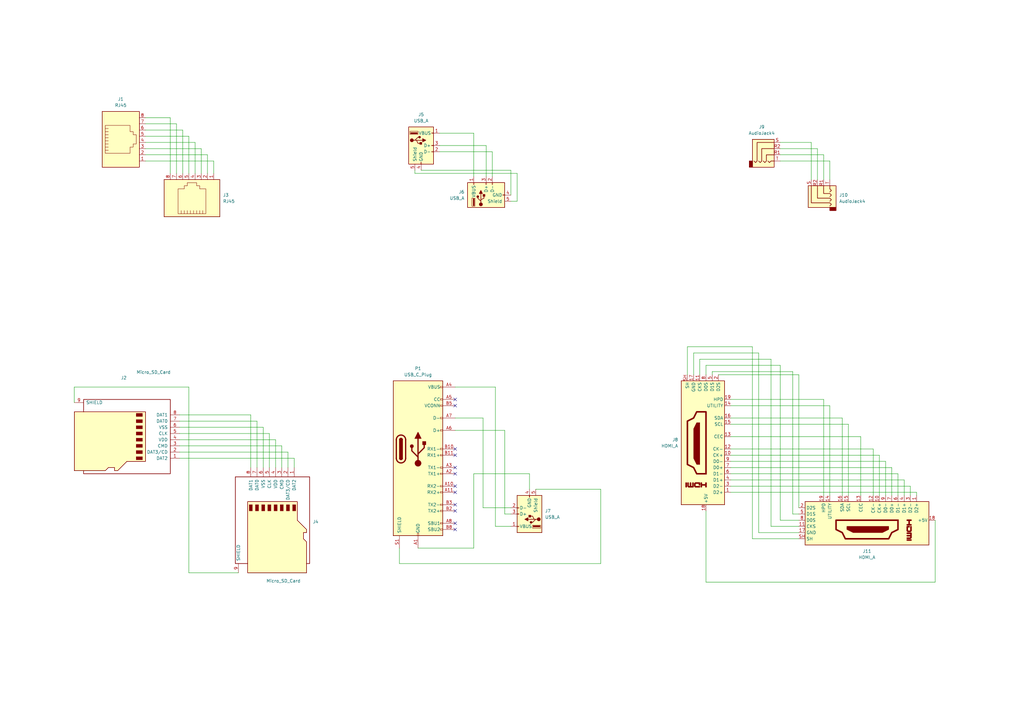
<source format=kicad_sch>
(kicad_sch (version 20231120) (generator "eeschema") (generator_version "8.0")
  (paper "A3")
  (lib_symbols
    (symbol "Connector:HDMI_A"
      (property "Reference" "J" (at -6.35 26.67 0))
      (property "Value" "HDMI_A" (at 10.16 26.67 0))
      (symbol "HDMI_A_0_0"
        (polyline (pts (xy 8.128 16.51) (xy 8.128 18.034)) (stroke (width 0.635)))
        (polyline (pts (xy 0 16.51) (xy 0 18.034) (xy 0 17.272) (xy 1.905 17.272) (xy 1.905 18.034) (xy 1.905 16.51)) (stroke (width 0.635)))
        (polyline (pts (xy 2.667 18.034) (xy 4.318 18.034) (xy 4.572 17.78) (xy 4.572 16.764) (xy 4.318 16.51) (xy 2.667 16.51) (xy 2.667 17.272)) (stroke (width 0.635)))
      )
      (symbol "HDMI_A_0_1"
        (rectangle (start -7.62 25.4) (end 10.16 -25.4) (stroke (width 0.254)) (fill (type background)))
        (polyline (pts (xy 2.54 8.89) (xy 3.81 8.89) (xy 5.08 6.35) (xy 5.08 -5.715) (xy 3.81 -8.255) (xy 2.54 -8.255) (xy 2.54 8.89)) (fill (type outline)))
        (polyline (pts (xy 5.334 16.51) (xy 5.334 18.034) (xy 6.35 18.034) (xy 6.35 16.51) (xy 6.35 18.034) (xy 7.112 18.034) (xy 7.366 17.78) (xy 7.366 16.51)) (stroke (width 0.635)))
        (polyline (pts (xy 0 12.7) (xy 0 -12.7) (xy 3.81 -12.7) (xy 5.08 -10.16) (xy 7.62 -8.89) (xy 7.62 8.89) (xy 5.08 10.16) (xy 3.81 12.7) (xy 0 12.7)) (stroke (width 0.635)))
      )
      (symbol "HDMI_A_1_1"
        (pin passive line (at -10.16 20.32 0) (length 2.54) (name "D2+") (number "1"))
        (pin passive line (at -10.16 5.08 0) (length 2.54) (name "CK+") (number "10"))
        (pin power_in line (at 2.54 -27.94 90) (length 2.54) (name "CKS") (number "11"))
        (pin passive line (at -10.16 2.54 0) (length 2.54) (name "CK-") (number "12"))
        (pin bidirectional line (at -10.16 -2.54 0) (length 2.54) (name "CEC") (number "13"))
        (pin passive line (at -10.16 -15.24 0) (length 2.54) (name "UTILITY") (number "14"))
        (pin passive line (at -10.16 -7.62 0) (length 2.54) (name "SCL") (number "15"))
        (pin bidirectional line (at -10.16 -10.16 0) (length 2.54) (name "SDA") (number "16"))
        (pin power_in line (at 5.08 -27.94 90) (length 2.54) (name "GND") (number "17"))
        (pin power_in line (at 0 27.94 270) (length 2.54) (name "+5V") (number "18"))
        (pin passive line (at -10.16 -17.78 0) (length 2.54) (name "HPD") (number "19"))
        (pin power_in line (at -5.08 -27.94 90) (length 2.54) (name "D2S") (number "2"))
        (pin passive line (at -10.16 17.78 0) (length 2.54) (name "D2-") (number "3"))
        (pin passive line (at -10.16 15.24 0) (length 2.54) (name "D1+") (number "4"))
        (pin power_in line (at -2.54 -27.94 90) (length 2.54) (name "D1S") (number "5"))
        (pin passive line (at -10.16 12.7 0) (length 2.54) (name "D1-") (number "6"))
        (pin passive line (at -10.16 10.16 0) (length 2.54) (name "D0+") (number "7"))
        (pin power_in line (at 0 -27.94 90) (length 2.54) (name "D0S") (number "8"))
        (pin passive line (at -10.16 7.62 0) (length 2.54) (name "D0-") (number "9"))
        (pin passive line (at 7.62 -27.94 90) (length 2.54) (name "SH") (number "SH"))
      )
    )
    (symbol "Connector:Micro_SD_Card" (pin_names (offset 1.016))
      (property "Reference" "J" (at -16.51 15.24 0))
      (property "Value" "Micro_SD_Card" (at 16.51 15.24 0))
      (symbol "Micro_SD_Card_0_1"
        (rectangle (start -7.62 -9.525) (end -5.08 -10.795) (fill (type outline)))
        (rectangle (start -7.62 -6.985) (end -5.08 -8.255) (fill (type outline)))
        (rectangle (start -7.62 -4.445) (end -5.08 -5.715) (fill (type outline)))
        (rectangle (start -7.62 -1.905) (end -5.08 -3.175) (fill (type outline)))
        (rectangle (start -7.62 0.635) (end -5.08 -0.635) (fill (type outline)))
        (rectangle (start -7.62 3.175) (end -5.08 1.905) (fill (type outline)))
        (rectangle (start -7.62 5.715) (end -5.08 4.445) (fill (type outline)))
        (rectangle (start -7.62 8.255) (end -5.08 6.985) (fill (type outline)))
        (polyline (pts (xy 16.51 12.7) (xy 16.51 13.97) (xy -19.05 13.97) (xy -19.05 -16.51) (xy 16.51 -16.51) (xy 16.51 -11.43)) (stroke (width 0.254)))
        (polyline (pts (xy -8.89 -11.43) (xy -8.89 8.89) (xy -1.27 8.89) (xy 2.54 12.7) (xy 3.81 12.7) (xy 3.81 11.43) (xy 6.35 11.43) (xy 7.62 12.7) (xy 20.32 12.7) (xy 20.32 -11.43) (xy -8.89 -11.43)) (stroke (width 0.254)) (fill (type background)))
      )
      (symbol "Micro_SD_Card_1_1"
        (pin bidirectional line (at -22.86 7.62 0) (length 3.81) (name "DAT2") (number "1"))
        (pin bidirectional line (at -22.86 5.08 0) (length 3.81) (name "DAT3/CD") (number "2"))
        (pin input line (at -22.86 2.54 0) (length 3.81) (name "CMD") (number "3"))
        (pin power_in line (at -22.86 0 0) (length 3.81) (name "VDD") (number "4"))
        (pin input line (at -22.86 -2.54 0) (length 3.81) (name "CLK") (number "5"))
        (pin power_in line (at -22.86 -5.08 0) (length 3.81) (name "VSS") (number "6"))
        (pin bidirectional line (at -22.86 -7.62 0) (length 3.81) (name "DAT0") (number "7"))
        (pin bidirectional line (at -22.86 -10.16 0) (length 3.81) (name "DAT1") (number "8"))
        (pin passive line (at 20.32 -15.24 180) (length 3.81) (name "SHIELD") (number "9"))
      )
    )
    (symbol "Connector:RJ45" (pin_names (offset 1.016))
      (property "Reference" "J" (at -5.08 13.97 0))
      (property "Value" "RJ45" (at 2.54 13.97 0))
      (symbol "RJ45_0_1"
        (polyline (pts (xy -5.08 4.445) (xy -6.35 4.445)))
        (polyline (pts (xy -5.08 5.715) (xy -6.35 5.715)))
        (polyline (pts (xy -6.35 -3.175) (xy -5.08 -3.175) (xy -5.08 -3.175)))
        (polyline (pts (xy -6.35 -1.905) (xy -5.08 -1.905) (xy -5.08 -1.905)))
        (polyline (pts (xy -6.35 -0.635) (xy -5.08 -0.635) (xy -5.08 -0.635)))
        (polyline (pts (xy -6.35 0.635) (xy -5.08 0.635) (xy -5.08 0.635)))
        (polyline (pts (xy -6.35 1.905) (xy -5.08 1.905) (xy -5.08 1.905)))
        (polyline (pts (xy -5.08 3.175) (xy -6.35 3.175) (xy -6.35 3.175)))
        (polyline (pts (xy -6.35 -4.445) (xy -6.35 6.985) (xy 3.81 6.985) (xy 3.81 4.445) (xy 5.08 4.445) (xy 5.08 3.175) (xy 6.35 3.175) (xy 6.35 -0.635) (xy 5.08 -0.635) (xy 5.08 -1.905) (xy 3.81 -1.905) (xy 3.81 -4.445) (xy -6.35 -4.445) (xy -6.35 -4.445)))
        (rectangle (start 7.62 12.7) (end -7.62 -10.16) (stroke (width 0.254)) (fill (type background)))
      )
      (symbol "RJ45_1_1"
        (pin passive line (at 10.16 -7.62 180) (length 2.54) (name "~") (number "1"))
        (pin passive line (at 10.16 -5.08 180) (length 2.54) (name "~") (number "2"))
        (pin passive line (at 10.16 -2.54 180) (length 2.54) (name "~") (number "3"))
        (pin passive line (at 10.16 0 180) (length 2.54) (name "~") (number "4"))
        (pin passive line (at 10.16 2.54 180) (length 2.54) (name "~") (number "5"))
        (pin passive line (at 10.16 5.08 180) (length 2.54) (name "~") (number "6"))
        (pin passive line (at 10.16 7.62 180) (length 2.54) (name "~") (number "7"))
        (pin passive line (at 10.16 10.16 180) (length 2.54) (name "~") (number "8"))
      )
    )
    (symbol "Connector:USB_A" (pin_names (offset 1.016))
      (property "Reference" "J" (at -5.08 11.43 0))
      (property "Value" "USB_A" (at -5.08 8.89 0))
      (symbol "USB_A_0_1"
        (rectangle (start -5.08 -7.62) (end 5.08 7.62) (stroke (width 0.254)) (fill (type background)))
        (circle (center -3.81 2.159) (radius 0.635) (stroke (width 0.254)) (fill (type outline)))
        (rectangle (start -1.524 4.826) (end -4.318 5.334) (fill (type outline)))
        (rectangle (start -1.27 4.572) (end -4.572 5.842))
        (circle (center -0.635 3.429) (radius 0.381) (stroke (width 0.254)) (fill (type outline)))
        (rectangle (start -0.127 -7.62) (end 0.127 -6.858))
        (polyline (pts (xy -3.175 2.159) (xy -2.54 2.159) (xy -1.27 3.429) (xy -0.635 3.429)) (stroke (width 0.254)))
        (polyline (pts (xy -2.54 2.159) (xy -1.905 2.159) (xy -1.27 0.889) (xy 0 0.889)) (stroke (width 0.254)))
        (polyline (pts (xy 0.635 2.794) (xy 0.635 1.524) (xy 1.905 2.159) (xy 0.635 2.794)) (stroke (width 0.254)) (fill (type outline)))
        (rectangle (start 0.254 1.27) (end -0.508 0.508) (stroke (width 0.254)) (fill (type outline)))
        (rectangle (start 5.08 -2.667) (end 4.318 -2.413))
        (rectangle (start 5.08 -0.127) (end 4.318 0.127))
        (rectangle (start 5.08 4.953) (end 4.318 5.207))
      )
      (symbol "USB_A_1_1"
        (polyline (pts (xy -1.905 2.159) (xy 0.635 2.159)) (stroke (width 0.254)))
        (pin power_in line (at 7.62 5.08 180) (length 2.54) (name "VBUS") (number "1"))
        (pin bidirectional line (at 7.62 -2.54 180) (length 2.54) (name "D-") (number "2"))
        (pin bidirectional line (at 7.62 0 180) (length 2.54) (name "D+") (number "3"))
        (pin power_in line (at 0 -10.16 90) (length 2.54) (name "GND") (number "4"))
        (pin passive line (at -2.54 -10.16 90) (length 2.54) (name "Shield") (number "5"))
      )
    )
    (symbol "Connector:USB_C_Plug" (pin_names (offset 1.016))
      (property "Reference" "P" (at -10.16 29.21 0))
      (property "Value" "USB_C_Plug" (at 10.16 29.21 0))
      (symbol "USB_C_Plug_0_0"
        (rectangle (start -0.254 -35.56) (end 0.254 -34.544))
        (rectangle (start 10.16 -32.766) (end 9.144 -33.274))
        (rectangle (start 10.16 -30.226) (end 9.144 -30.734))
        (rectangle (start 10.16 -25.146) (end 9.144 -25.654))
        (rectangle (start 10.16 -22.606) (end 9.144 -23.114))
        (rectangle (start 10.16 -17.526) (end 9.144 -18.034))
        (rectangle (start 10.16 -14.986) (end 9.144 -15.494))
        (rectangle (start 10.16 -9.906) (end 9.144 -10.414))
        (rectangle (start 10.16 -7.366) (end 9.144 -7.874))
        (rectangle (start 10.16 -2.286) (end 9.144 -2.794))
        (rectangle (start 10.16 0.254) (end 9.144 -0.254))
        (rectangle (start 10.16 7.874) (end 9.144 7.366))
        (rectangle (start 10.16 12.954) (end 9.144 12.446))
        (rectangle (start 10.16 18.034) (end 9.144 17.526))
        (rectangle (start 10.16 20.574) (end 9.144 20.066))
        (rectangle (start 10.16 25.654) (end 9.144 25.146))
      )
      (symbol "USB_C_Plug_0_1"
        (rectangle (start -10.16 27.94) (end 10.16 -35.56) (stroke (width 0.254)) (fill (type background)))
        (arc (start -8.89 -3.81) (mid -6.985 -5.7067) (end -5.08 -3.81) (stroke (width 0.508)))
        (arc (start -7.62 -3.81) (mid -6.985 -4.4423) (end -6.35 -3.81) (stroke (width 0.254)))
        (arc (start -7.62 -3.81) (mid -6.985 -4.4423) (end -6.35 -3.81) (stroke (width 0.254)) (fill (type outline)))
        (rectangle (start -7.62 -3.81) (end -6.35 3.81) (stroke (width 0.254)) (fill (type outline)))
        (arc (start -6.35 3.81) (mid -6.985 4.4423) (end -7.62 3.81) (stroke (width 0.254)))
        (arc (start -6.35 3.81) (mid -6.985 4.4423) (end -7.62 3.81) (stroke (width 0.254)) (fill (type outline)))
        (arc (start -5.08 3.81) (mid -6.985 5.7067) (end -8.89 3.81) (stroke (width 0.508)))
        (polyline (pts (xy -8.89 -3.81) (xy -8.89 3.81)) (stroke (width 0.508)))
        (polyline (pts (xy -5.08 3.81) (xy -5.08 -3.81)) (stroke (width 0.508)))
      )
      (symbol "USB_C_Plug_1_1"
        (circle (center -2.54 1.143) (radius 0.635) (stroke (width 0.254)) (fill (type outline)))
        (circle (center 0 -5.842) (radius 1.27) (fill (type outline)))
        (polyline (pts (xy 0 -5.842) (xy 0 4.318)) (stroke (width 0.508)))
        (polyline (pts (xy 0 -3.302) (xy -2.54 -0.762) (xy -2.54 0.508)) (stroke (width 0.508)))
        (polyline (pts (xy 0 -2.032) (xy 2.54 0.508) (xy 2.54 1.778)) (stroke (width 0.508)))
        (polyline (pts (xy -1.27 4.318) (xy 0 6.858) (xy 1.27 4.318) (xy -1.27 4.318)) (stroke (width 0.254)) (fill (type outline)))
        (rectangle (start 1.905 1.778) (end 3.175 3.048) (stroke (width 0.254)) (fill (type outline)))
        (pin passive line (at 0 -40.64 90) (length 5.08) (name "GND") (number "A1"))
        (pin bidirectional line (at 15.24 -15.24 180) (length 5.08) (name "RX2-") (number "A10"))
        (pin bidirectional line (at 15.24 -17.78 180) (length 5.08) (name "RX2+") (number "A11"))
        (pin passive line (at 0 -40.64 90) (length 5.08) hide (name "GND") (number "A12"))
        (pin bidirectional line (at 15.24 -10.16 180) (length 5.08) (name "TX1+") (number "A2"))
        (pin bidirectional line (at 15.24 -7.62 180) (length 5.08) (name "TX1-") (number "A3"))
        (pin passive line (at 15.24 25.4 180) (length 5.08) (name "VBUS") (number "A4"))
        (pin bidirectional line (at 15.24 20.32 180) (length 5.08) (name "CC") (number "A5"))
        (pin bidirectional line (at 15.24 7.62 180) (length 5.08) (name "D+") (number "A6"))
        (pin bidirectional line (at 15.24 12.7 180) (length 5.08) (name "D-") (number "A7"))
        (pin bidirectional line (at 15.24 -30.48 180) (length 5.08) (name "SBU1") (number "A8"))
        (pin passive line (at 15.24 25.4 180) (length 5.08) hide (name "VBUS") (number "A9"))
        (pin passive line (at 0 -40.64 90) (length 5.08) hide (name "GND") (number "B1"))
        (pin bidirectional line (at 15.24 0 180) (length 5.08) (name "RX1-") (number "B10"))
        (pin bidirectional line (at 15.24 -2.54 180) (length 5.08) (name "RX1+") (number "B11"))
        (pin passive line (at 0 -40.64 90) (length 5.08) hide (name "GND") (number "B12"))
        (pin bidirectional line (at 15.24 -25.4 180) (length 5.08) (name "TX2+") (number "B2"))
        (pin bidirectional line (at 15.24 -22.86 180) (length 5.08) (name "TX2-") (number "B3"))
        (pin passive line (at 15.24 25.4 180) (length 5.08) hide (name "VBUS") (number "B4"))
        (pin bidirectional line (at 15.24 17.78 180) (length 5.08) (name "VCONN") (number "B5"))
        (pin bidirectional line (at 15.24 -33.02 180) (length 5.08) (name "SBU2") (number "B8"))
        (pin passive line (at 15.24 25.4 180) (length 5.08) hide (name "VBUS") (number "B9"))
        (pin passive line (at -7.62 -40.64 90) (length 5.08) (name "SHIELD") (number "S1"))
      )
    )
    (symbol "Connector_Audio:AudioJack4"
      (property "Reference" "J" (at 0 8.89 0))
      (property "Value" "AudioJack4" (at 0 6.35 0))
      (symbol "AudioJack4_0_1"
        (rectangle (start -6.35 -5.08) (end -7.62 -7.62) (stroke (width 0.254)) (fill (type outline)))
        (polyline (pts (xy 0 -5.08) (xy 0.635 -5.715) (xy 1.27 -5.08) (xy 2.54 -5.08)) (stroke (width 0.254)))
        (polyline (pts (xy -5.715 -5.08) (xy -5.08 -5.715) (xy -4.445 -5.08) (xy -4.445 2.54) (xy 2.54 2.54)) (stroke (width 0.254)))
        (polyline (pts (xy -1.905 -5.08) (xy -1.27 -5.715) (xy -0.635 -5.08) (xy -0.635 -2.54) (xy 2.54 -2.54)) (stroke (width 0.254)))
        (polyline (pts (xy 2.54 0) (xy -2.54 0) (xy -2.54 -5.08) (xy -3.175 -5.715) (xy -3.81 -5.08)) (stroke (width 0.254)))
        (rectangle (start 2.54 3.81) (end -6.35 -7.62) (stroke (width 0.254)) (fill (type background)))
      )
      (symbol "AudioJack4_1_1"
        (pin passive line (at 5.08 -2.54 180) (length 2.54) (name "~") (number "R1"))
        (pin passive line (at 5.08 0 180) (length 2.54) (name "~") (number "R2"))
        (pin passive line (at 5.08 2.54 180) (length 2.54) (name "~") (number "S"))
        (pin passive line (at 5.08 -5.08 180) (length 2.54) (name "~") (number "T"))
      )
    )
  )
  (no_connect (at 186.69 209.55))
  (no_connect (at 186.69 166.37))
  (no_connect (at 186.69 194.31))
  (no_connect (at 186.69 191.77))
  (no_connect (at 186.69 186.69))
  (no_connect (at 186.69 214.63))
  (no_connect (at 186.69 207.01))
  (no_connect (at 186.69 163.83))
  (no_connect (at 186.69 199.39))
  (no_connect (at 186.69 201.93))
  (no_connect (at 186.69 217.17))
  (no_connect (at 186.69 184.15))
  (wire (pts (xy 72.39 71.12) (xy 72.39 50.8)))
  (wire (pts (xy 347.98 203.2) (xy 347.98 173.99)))
  (wire (pts (xy 110.49 191.77) (xy 110.49 177.8)))
  (wire (pts (xy 320.04 60.96) (xy 335.28 60.96)))
  (wire (pts (xy 69.85 48.26) (xy 69.85 71.12)))
  (wire (pts (xy 209.55 80.01) (xy 209.55 69.85)))
  (wire (pts (xy 59.69 60.96) (xy 82.55 60.96)))
  (wire (pts (xy 217.17 200.66) (xy 217.17 194.31)))
  (wire (pts (xy 115.57 182.88) (xy 73.66 182.88)))
  (wire (pts (xy 80.01 58.42) (xy 80.01 71.12)))
  (wire (pts (xy 325.12 210.82) (xy 327.66 210.82)))
  (wire (pts (xy 368.3 194.31) (xy 299.72 194.31)))
  (wire (pts (xy 363.22 189.23) (xy 299.72 189.23)))
  (wire (pts (xy 77.47 55.88) (xy 59.69 55.88)))
  (wire (pts (xy 72.39 50.8) (xy 59.69 50.8)))
  (wire (pts (xy 292.1 153.67) (xy 292.1 152.4)))
  (wire (pts (xy 194.31 194.31) (xy 194.31 224.79)))
  (wire (pts (xy 246.38 231.14) (xy 163.83 231.14)))
  (wire (pts (xy 370.84 203.2) (xy 370.84 196.85)))
  (wire (pts (xy 180.34 62.23) (xy 201.93 62.23)))
  (wire (pts (xy 246.38 200.66) (xy 246.38 231.14)))
  (wire (pts (xy 358.14 184.15) (xy 299.72 184.15)))
  (wire (pts (xy 337.82 63.5) (xy 320.04 63.5)))
  (wire (pts (xy 207.01 210.82) (xy 209.55 210.82)))
  (wire (pts (xy 105.41 172.72) (xy 73.66 172.72)))
  (wire (pts (xy 373.38 199.39) (xy 373.38 203.2)))
  (wire (pts (xy 332.74 58.42) (xy 320.04 58.42)))
  (wire (pts (xy 82.55 71.12) (xy 82.55 60.96)))
  (wire (pts (xy 327.66 208.28) (xy 327.66 153.67)))
  (wire (pts (xy 308.61 220.98) (xy 327.66 220.98)))
  (wire (pts (xy 375.92 201.93) (xy 375.92 203.2)))
  (wire (pts (xy 194.31 54.61) (xy 180.34 54.61)))
  (wire (pts (xy 170.18 69.85) (xy 170.18 71.12)))
  (wire (pts (xy 59.69 48.26) (xy 69.85 48.26)))
  (wire (pts (xy 365.76 203.2) (xy 365.76 191.77)))
  (wire (pts (xy 289.56 209.55) (xy 289.56 238.76)))
  (wire (pts (xy 120.65 191.77) (xy 120.65 187.96)))
  (wire (pts (xy 363.22 203.2) (xy 363.22 189.23)))
  (wire (pts (xy 308.61 142.24) (xy 308.61 220.98)))
  (wire (pts (xy 340.36 203.2) (xy 340.36 166.37)))
  (wire (pts (xy 102.87 191.77) (xy 102.87 170.18)))
  (wire (pts (xy 311.15 144.78) (xy 284.48 144.78)))
  (wire (pts (xy 337.82 203.2) (xy 337.82 163.83)))
  (wire (pts (xy 118.11 185.42) (xy 73.66 185.42)))
  (wire (pts (xy 320.04 149.86) (xy 289.56 149.86)))
  (wire (pts (xy 102.87 170.18) (xy 73.66 170.18)))
  (wire (pts (xy 186.69 176.53) (xy 207.01 176.53)))
  (wire (pts (xy 186.69 158.75) (xy 203.2 158.75)))
  (wire (pts (xy 199.39 72.39) (xy 199.39 59.69)))
  (wire (pts (xy 360.68 186.69) (xy 299.72 186.69)))
  (wire (pts (xy 335.28 60.96) (xy 335.28 73.66)))
  (wire (pts (xy 87.63 66.04) (xy 59.69 66.04)))
  (wire (pts (xy 320.04 66.04) (xy 340.36 66.04)))
  (wire (pts (xy 325.12 152.4) (xy 325.12 210.82)))
  (wire (pts (xy 311.15 218.44) (xy 311.15 144.78)))
  (wire (pts (xy 353.06 203.2) (xy 353.06 179.07)))
  (wire (pts (xy 118.11 191.77) (xy 118.11 185.42)))
  (wire (pts (xy 77.47 158.75) (xy 30.48 158.75)))
  (wire (pts (xy 74.93 53.34) (xy 74.93 71.12)))
  (wire (pts (xy 316.23 147.32) (xy 316.23 215.9)))
  (wire (pts (xy 77.47 234.95) (xy 77.47 158.75)))
  (wire (pts (xy 194.31 72.39) (xy 194.31 54.61)))
  (wire (pts (xy 383.54 238.76) (xy 383.54 213.36)))
  (wire (pts (xy 59.69 58.42) (xy 80.01 58.42)))
  (wire (pts (xy 170.18 71.12) (xy 212.09 71.12)))
  (wire (pts (xy 59.69 63.5) (xy 85.09 63.5)))
  (wire (pts (xy 281.94 153.67) (xy 281.94 142.24)))
  (wire (pts (xy 327.66 218.44) (xy 311.15 218.44)))
  (wire (pts (xy 212.09 82.55) (xy 209.55 82.55)))
  (wire (pts (xy 289.56 238.76) (xy 383.54 238.76)))
  (wire (pts (xy 358.14 203.2) (xy 358.14 184.15)))
  (wire (pts (xy 209.55 208.28) (xy 198.12 208.28)))
  (wire (pts (xy 347.98 173.99) (xy 299.72 173.99)))
  (wire (pts (xy 332.74 73.66) (xy 332.74 58.42)))
  (wire (pts (xy 340.36 166.37) (xy 299.72 166.37)))
  (wire (pts (xy 292.1 152.4) (xy 325.12 152.4)))
  (wire (pts (xy 97.79 234.95) (xy 77.47 234.95)))
  (wire (pts (xy 281.94 142.24) (xy 308.61 142.24)))
  (wire (pts (xy 198.12 208.28) (xy 198.12 171.45)))
  (wire (pts (xy 105.41 191.77) (xy 105.41 172.72)))
  (wire (pts (xy 327.66 213.36) (xy 320.04 213.36)))
  (wire (pts (xy 360.68 203.2) (xy 360.68 186.69)))
  (wire (pts (xy 365.76 191.77) (xy 299.72 191.77)))
  (wire (pts (xy 113.03 180.34) (xy 73.66 180.34)))
  (wire (pts (xy 171.45 224.79) (xy 194.31 224.79)))
  (wire (pts (xy 337.82 163.83) (xy 299.72 163.83)))
  (wire (pts (xy 203.2 158.75) (xy 203.2 215.9)))
  (wire (pts (xy 115.57 191.77) (xy 115.57 182.88)))
  (wire (pts (xy 77.47 71.12) (xy 77.47 55.88)))
  (wire (pts (xy 289.56 149.86) (xy 289.56 153.67)))
  (wire (pts (xy 87.63 71.12) (xy 87.63 66.04)))
  (wire (pts (xy 345.44 171.45) (xy 299.72 171.45)))
  (wire (pts (xy 287.02 153.67) (xy 287.02 147.32)))
  (wire (pts (xy 217.17 194.31) (xy 194.31 194.31)))
  (wire (pts (xy 107.95 175.26) (xy 73.66 175.26)))
  (wire (pts (xy 284.48 144.78) (xy 284.48 153.67)))
  (wire (pts (xy 219.71 200.66) (xy 246.38 200.66)))
  (wire (pts (xy 163.83 231.14) (xy 163.83 224.79)))
  (wire (pts (xy 110.49 177.8) (xy 73.66 177.8)))
  (wire (pts (xy 209.55 69.85) (xy 172.72 69.85)))
  (wire (pts (xy 201.93 62.23) (xy 201.93 72.39)))
  (wire (pts (xy 337.82 73.66) (xy 337.82 63.5)))
  (wire (pts (xy 316.23 215.9) (xy 327.66 215.9)))
  (wire (pts (xy 287.02 147.32) (xy 316.23 147.32)))
  (wire (pts (xy 299.72 199.39) (xy 373.38 199.39)))
  (wire (pts (xy 59.69 53.34) (xy 74.93 53.34)))
  (wire (pts (xy 345.44 203.2) (xy 345.44 171.45)))
  (wire (pts (xy 368.3 203.2) (xy 368.3 194.31)))
  (wire (pts (xy 107.95 191.77) (xy 107.95 175.26)))
  (wire (pts (xy 120.65 187.96) (xy 73.66 187.96)))
  (wire (pts (xy 199.39 59.69) (xy 180.34 59.69)))
  (wire (pts (xy 320.04 213.36) (xy 320.04 149.86)))
  (wire (pts (xy 85.09 63.5) (xy 85.09 71.12)))
  (wire (pts (xy 212.09 71.12) (xy 212.09 82.55)))
  (wire (pts (xy 340.36 66.04) (xy 340.36 73.66)))
  (wire (pts (xy 113.03 191.77) (xy 113.03 180.34)))
  (wire (pts (xy 327.66 153.67) (xy 294.64 153.67)))
  (wire (pts (xy 353.06 179.07) (xy 299.72 179.07)))
  (wire (pts (xy 198.12 171.45) (xy 186.69 171.45)))
  (wire (pts (xy 207.01 176.53) (xy 207.01 210.82)))
  (wire (pts (xy 370.84 196.85) (xy 299.72 196.85)))
  (wire (pts (xy 299.72 201.93) (xy 375.92 201.93)))
  (wire (pts (xy 203.2 215.9) (xy 209.55 215.9)))
  (wire (pts (xy 30.48 158.75) (xy 30.48 165.1)))
  (symbol (lib_id "Connector:USB_C_Plug") (at 171.45 184.15 0) (unit 1)
    (property "Reference" "P1" (at 171.45 151.13 0))
    (property "Value" "USB_C_Plug" (at 171.45 153.67 0))
    (property "Footprint" "Connector_USB:USB_C_Plug_Molex_105444" (effects (hide yes)))
    (property "Datasheet" "https://www.usb.org/sites/default/files/documents/usb_type-c.zip" (effects (hide yes)))
    (property "Description" "USB Type-C Plug connector" (effects (hide yes)))
  )
  (symbol (lib_id "Connector:RJ45") (at 80.01 81.28 90) (unit 1)
    (property "Reference" "J3" (at 91.44 80.0099 90) (effects (justify right)))
    (property "Value" "RJ45" (at 91.44 82.5499 90) (effects (justify right)))
    (property "Description" "RJ connector, 8P8C (8 positions 8 connected)" (effects (hide yes)))
  )
  (symbol (lib_id "Connector:HDMI_A") (at 355.6 213.36 270) (unit 1)
    (property "Reference" "J11" (at 355.6 226.06 90))
    (property "Value" "HDMI_A" (at 355.6 228.6 90))
    (property "Datasheet" "https://en.wikipedia.org/wiki/HDMI" (effects (hide yes)))
    (property "Description" "HDMI type A connector" (effects (hide yes)))
  )
  (symbol (lib_id "Connector:USB_A") (at 172.72 59.69 0) (unit 1)
    (property "Reference" "J5" (at 172.72 46.99 0))
    (property "Value" "USB_A" (at 172.72 49.53 0))
    (property "Description" "USB Type A connector" (effects (hide yes)))
  )
  (symbol (lib_id "Connector:USB_A") (at 217.17 210.82 180) (unit 1)
    (property "Reference" "J7" (at 223.52 209.5499 0) (effects (justify right)))
    (property "Value" "USB_A" (at 223.52 212.0899 0) (effects (justify right)))
    (property "Description" "USB Type A connector" (effects (hide yes)))
  )
  (symbol (lib_id "Connector_Audio:AudioJack4") (at 314.96 60.96 0) (unit 1)
    (property "Reference" "J9" (at 312.42 52.07 0))
    (property "Value" "AudioJack4" (at 312.42 54.61 0))
    (property "Footprint" "Connector_Audio:Jack_3.5mm_CUI_SJ-3523-SMT_Horizontal" (effects (hide yes)))
    (property "Description" "Audio Jack, 4 Poles (TRRS)" (effects (hide yes)))
  )
  (symbol (lib_id "Connector:Micro_SD_Card") (at 113.03 214.63 270) (unit 1)
    (property "Reference" "J4" (at 128.27 213.9949 90) (effects (justify left)))
    (property "Value" "Micro_SD_Card" (at 109.22 238.252 90) (effects (justify left)))
    (property "Datasheet" "https://www.we-online.com/components/products/datasheet/693072010801.pdf" (effects (hide yes)))
    (property "Description" "Micro SD Card Socket" (effects (hide yes)))
  )
  (symbol (lib_id "Connector:HDMI_A") (at 289.56 181.61 180) (unit 1)
    (property "Reference" "J8" (at 278.13 180.3399 0) (effects (justify left)))
    (property "Value" "HDMI_A" (at 278.13 182.8799 0) (effects (justify left)))
    (property "Datasheet" "https://en.wikipedia.org/wiki/HDMI" (effects (hide yes)))
    (property "Description" "HDMI type A connector" (effects (hide yes)))
  )
  (symbol (lib_id "Connector_Audio:AudioJack4") (at 335.28 78.74 90) (unit 1)
    (property "Reference" "J10" (at 344.17 80.0099 90) (effects (justify right)))
    (property "Value" "AudioJack4" (at 344.17 82.5499 90) (effects (justify right)))
    (property "Description" "Audio Jack, 4 Poles (TRRS)" (effects (hide yes)))
  )
  (symbol (lib_id "Connector:Micro_SD_Card") (at 50.8 180.34 180) (unit 1)
    (property "Reference" "J2" (at 50.8 154.94 0))
    (property "Value" "Micro_SD_Card" (at 62.992 152.654 0))
    (property "Datasheet" "https://www.we-online.com/components/products/datasheet/693072010801.pdf" (effects (hide yes)))
    (property "Description" "Micro SD Card Socket" (effects (hide yes)))
  )
  (symbol (lib_id "Connector:USB_A") (at 199.39 80.01 90) (unit 1)
    (property "Reference" "J6" (at 190.5 78.7399 90) (effects (justify left)))
    (property "Value" "USB_A" (at 190.5 81.2799 90) (effects (justify left)))
    (property "Description" "USB Type A connector" (effects (hide yes)))
  )
  (symbol (lib_id "Connector:RJ45") (at 49.53 58.42 0) (unit 1)
    (property "Reference" "J1" (at 49.53 40.64 0))
    (property "Value" "RJ45" (at 49.53 43.18 0))
    (property "Description" "RJ connector, 8P8C (8 positions 8 connected)" (effects (hide yes)))
  )
)
</source>
